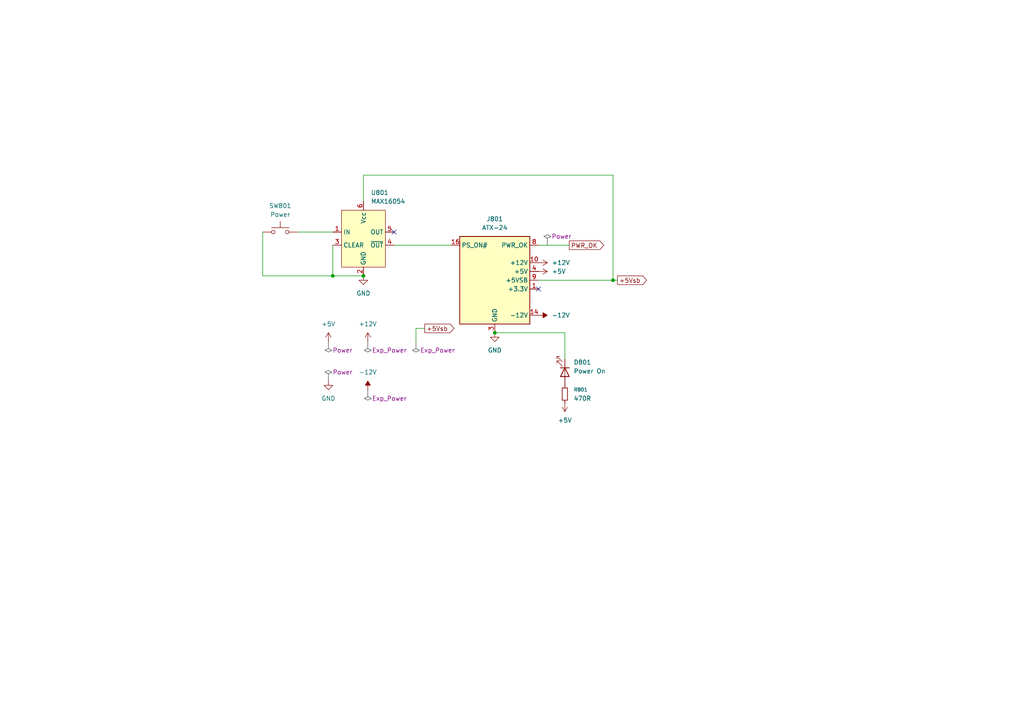
<source format=kicad_sch>
(kicad_sch (version 20250114) (generator "eeschema") (generator_version "9.0")
  (paper "A4")
  (lib_symbols
    (symbol "Connector:ATX-24"
      (property "Reference" "J" (at -8.89 13.97 0))
      (property "Value" "ATX-24" (at 6.35 13.97 0))
      (symbol "ATX-24_0_1"
        (rectangle (start -10.16 12.7) (end 10.16 -12.7) (stroke (width 0.254)) (fill (type background)))
      )
      (symbol "ATX-24_1_1"
        (pin open_collector line (at -12.7 10.16 0) (length 2.54) (name "PS_ON#") (number "16"))
        (pin no_connect line (at -10.16 0 0) (length 2.54) (hide yes) (name "NC") (number "20"))
        (pin passive line (at 0 -15.24 90) (length 2.54) (hide yes) (name "GND") (number "15"))
        (pin passive line (at 0 -15.24 90) (length 2.54) (hide yes) (name "GND") (number "17"))
        (pin passive line (at 0 -15.24 90) (length 2.54) (hide yes) (name "GND") (number "18"))
        (pin passive line (at 0 -15.24 90) (length 2.54) (hide yes) (name "GND") (number "19"))
        (pin passive line (at 0 -15.24 90) (length 2.54) (hide yes) (name "GND") (number "24"))
        (pin power_out line (at 0 -15.24 90) (length 2.54) (name "GND") (number "3"))
        (pin passive line (at 0 -15.24 90) (length 2.54) (hide yes) (name "GND") (number "5"))
        (pin passive line (at 0 -15.24 90) (length 2.54) (hide yes) (name "GND") (number "7"))
        (pin output line (at 12.7 10.16 180) (length 2.54) (name "PWR_OK") (number "8"))
        (pin power_out line (at 12.7 5.08 180) (length 2.54) (name "+12V") (number "10"))
        (pin passive line (at 12.7 5.08 180) (length 2.54) (hide yes) (name "+12V") (number "11"))
        (pin passive line (at 12.7 2.54 180) (length 2.54) (hide yes) (name "+5V") (number "21"))
        (pin passive line (at 12.7 2.54 180) (length 2.54) (hide yes) (name "+5V") (number "22"))
        (pin passive line (at 12.7 2.54 180) (length 2.54) (hide yes) (name "+5V") (number "23"))
        (pin power_out line (at 12.7 2.54 180) (length 2.54) (name "+5V") (number "4"))
        (pin passive line (at 12.7 2.54 180) (length 2.54) (hide yes) (name "+5V") (number "6"))
        (pin power_out line (at 12.7 0 180) (length 2.54) (name "+5VSB") (number "9"))
        (pin power_out line (at 12.7 -2.54 180) (length 2.54) (name "+3.3V") (number "1"))
        (pin passive line (at 12.7 -2.54 180) (length 2.54) (hide yes) (name "+3.3V") (number "12"))
        (pin passive line (at 12.7 -2.54 180) (length 2.54) (hide yes) (name "+3.3V") (number "13"))
        (pin passive line (at 12.7 -2.54 180) (length 2.54) (hide yes) (name "+3.3V") (number "2"))
        (pin power_out line (at 12.7 -10.16 180) (length 2.54) (name "-12V") (number "14"))
      )
    )
    (symbol "Device:LED" (pin_numbers (hide yes)) (pin_names (offset 1.016) (hide yes))
      (property "Reference" "D" (at 0 2.54 0))
      (property "Value" "LED" (at 0 -2.54 0))
      (symbol "LED_0_1"
        (polyline (pts (xy -3.048 -0.762) (xy -4.572 -2.286) (xy -3.81 -2.286) (xy -4.572 -2.286) (xy -4.572 -1.524)))
        (polyline (pts (xy -1.778 -0.762) (xy -3.302 -2.286) (xy -2.54 -2.286) (xy -3.302 -2.286) (xy -3.302 -1.524)))
        (polyline (pts (xy -1.27 0) (xy 1.27 0)))
        (polyline (pts (xy -1.27 -1.27) (xy -1.27 1.27)) (stroke (width 0.254)))
        (polyline (pts (xy 1.27 -1.27) (xy 1.27 1.27) (xy -1.27 0) (xy 1.27 -1.27)) (stroke (width 0.254)))
      )
      (symbol "LED_1_1"
        (pin passive line (at -3.81 0 0) (length 2.54) (name "K") (number "1"))
        (pin passive line (at 3.81 0 180) (length 2.54) (name "A") (number "2"))
      )
    )
    (symbol "Device:R_Small" (pin_numbers (hide yes)) (pin_names (offset 0.254) (hide yes))
      (property "Reference" "R" (at 0 0 90))
      (property "Value" "R_Small" (at 1.778 0 90))
      (symbol "R_Small_0_1"
        (rectangle (start -0.762 1.778) (end 0.762 -1.778) (stroke (width 0.2032)))
      )
      (symbol "R_Small_1_1"
        (pin passive line (at 0 2.54 270) (length 0.762) (name "~") (number "1"))
        (pin passive line (at 0 -2.54 90) (length 0.762) (name "~") (number "2"))
      )
    )
    (symbol "Switch:SW_Push" (pin_numbers (hide yes)) (pin_names (offset 1.016) (hide yes))
      (property "Reference" "SW" (at 1.27 2.54 0))
      (property "Value" "SW_Push" (at 0 -1.524 0))
      (symbol "SW_Push_0_1"
        (circle (center -2.032 0) (radius 0.508))
        (polyline (pts (xy 0 1.27) (xy 0 3.048)))
        (circle (center 2.032 0) (radius 0.508))
        (polyline (pts (xy 2.54 1.27) (xy -2.54 1.27)))
        (pin passive line (at -5.08 0 0) (length 2.54) (name "1") (number "1"))
        (pin passive line (at 5.08 0 180) (length 2.54) (name "2") (number "2"))
      )
    )
    (symbol "jrt-ICs:MAX16054"
      (property "Reference" "U" (at 12.7 1.27 0))
      (property "Value" "MAX16054" (at 12.7 3.81 0))
      (symbol "MAX16054_1_1"
        (rectangle (start 0 0) (end 12.7 -16.51) (fill (type background)))
        (pin input line (at -2.54 -6.35 0) (length 2.54) (name "IN") (number "1"))
        (pin input line (at -2.54 -10.16 0) (length 2.54) (name "CLEAR") (number "3"))
        (pin power_in line (at 6.35 2.54 270) (length 2.54) (name "Vcc") (number "6"))
        (pin power_in line (at 6.35 -19.05 90) (length 2.54) (name "GND") (number "2"))
        (pin output line (at 15.24 -6.35 180) (length 2.54) (name "OUT") (number "5"))
        (pin output line (at 15.24 -10.16 180) (length 2.54) (name "~{OUT}") (number "4"))
      )
    )
    (symbol "power:+12V" (power) (pin_numbers (hide yes)) (pin_names (offset 0) (hide yes))
      (property "Value" "+12V" (at 0 3.556 0))
      (symbol "+12V_0_1"
        (polyline (pts (xy -0.762 1.27) (xy 0 2.54)))
        (polyline (pts (xy 0 2.54) (xy 0.762 1.27)))
        (polyline (pts (xy 0 0) (xy 0 2.54)))
      )
      (symbol "+12V_1_1"
        (pin power_in line (at 0 0 90) (length 0) (name "~") (number "1"))
      )
    )
    (symbol "power:+5V" (power) (pin_numbers (hide yes)) (pin_names (offset 0) (hide yes))
      (property "Value" "+5V" (at 0 3.556 0))
      (symbol "+5V_0_1"
        (polyline (pts (xy -0.762 1.27) (xy 0 2.54)))
        (polyline (pts (xy 0 2.54) (xy 0.762 1.27)))
        (polyline (pts (xy 0 0) (xy 0 2.54)))
      )
      (symbol "+5V_1_1"
        (pin power_in line (at 0 0 90) (length 0) (name "~") (number "1"))
      )
    )
    (symbol "power:-12V" (power) (pin_numbers (hide yes)) (pin_names (offset 0) (hide yes))
      (property "Value" "-12V" (at 0 3.556 0))
      (symbol "-12V_0_0"
        (pin power_in line (at 0 0 90) (length 0) (name "~") (number "1"))
      )
      (symbol "-12V_0_1"
        (polyline (pts (xy 0 0) (xy 0 1.27) (xy 0.762 1.27) (xy 0 2.54) (xy -0.762 1.27) (xy 0 1.27)) (fill (type outline)))
      )
    )
    (symbol "power:GND" (power) (pin_numbers (hide yes)) (pin_names (offset 0) (hide yes))
      (property "Value" "GND" (at 0 -3.81 0))
      (symbol "GND_0_1"
        (polyline (pts (xy 0 0) (xy 0 -1.27) (xy 1.27 -1.27) (xy 0 -2.54) (xy -1.27 -1.27) (xy 0 -1.27)))
      )
      (symbol "GND_1_1"
        (pin power_in line (at 0 0 270) (length 0) (name "~") (number "1"))
      )
    )
  )
  (junction (at 143.51 96.52))
  (junction (at 96.52 80.01))
  (junction (at 105.41 80.01))
  (junction (at 177.8 81.28))
  (no_connect (at 156.21 83.82))
  (no_connect (at 114.3 67.31))
  (wire (pts (xy 114.3 71.12) (xy 130.81 71.12)))
  (wire (pts (xy 156.21 81.28) (xy 177.8 81.28)))
  (wire (pts (xy 163.83 96.52) (xy 143.51 96.52)))
  (wire (pts (xy 76.2 67.31) (xy 76.2 80.01)))
  (wire (pts (xy 76.2 80.01) (xy 96.52 80.01)))
  (wire (pts (xy 177.8 81.28) (xy 179.07 81.28)))
  (wire (pts (xy 86.36 67.31) (xy 96.52 67.31)))
  (wire (pts (xy 165.1 71.12) (xy 156.21 71.12)))
  (wire (pts (xy 105.41 50.8) (xy 177.8 50.8)))
  (wire (pts (xy 120.65 95.25) (xy 120.65 99.06)))
  (wire (pts (xy 177.8 50.8) (xy 177.8 81.28)))
  (wire (pts (xy 123.19 95.25) (xy 120.65 95.25)))
  (wire (pts (xy 163.83 96.52) (xy 163.83 104.14)))
  (wire (pts (xy 96.52 80.01) (xy 105.41 80.01)))
  (wire (pts (xy 105.41 58.42) (xy 105.41 50.8)))
  (wire (pts (xy 96.52 71.12) (xy 96.52 80.01)))
  (global_label "+5Vsb" (shape output) (at 179.07 81.28 0) (property "Intersheetrefs" "${INTERSHEET_REFS}" (effects (hide yes))))
  (global_label "+5Vsb" (shape output) (at 123.19 95.25 0) (property "Intersheetrefs" "${INTERSHEET_REFS}" (effects (hide yes))))
  (global_label "PWR_OK" (shape output) (at 165.1 71.12 0) (property "Intersheetrefs" "${INTERSHEET_REFS}" (effects (hide yes))))
  (netclass_flag "" (length 2.54) (shape diamond) (at 106.68 113.03 180) (property "Netclass" "Exp_Power" (at 107.8865 115.57 0) (effects (justify left))))
  (netclass_flag "" (length 2.54) (shape diamond) (at 95.25 110.49 0) (property "Netclass" "Power" (at 96.4565 107.95 0) (effects (justify left))))
  (netclass_flag "" (length 2.54) (shape diamond) (at 95.25 99.06 180) (property "Netclass" "Power" (at 96.4565 101.6 0) (effects (justify left))))
  (netclass_flag "" (length 2.54) (shape diamond) (at 106.68 99.06 180) (property "Netclass" "Exp_Power" (at 107.8865 101.6 0) (effects (justify left))))
  (netclass_flag "" (length 2.54) (shape diamond) (at 120.65 99.06 180) (property "Netclass" "Exp_Power" (at 121.8565 101.6 0) (effects (justify left))))
  (netclass_flag "" (length 2.54) (shape diamond) (at 158.75 71.12 0) (property "Netclass" "Power" (at 159.9565 68.58 0) (effects (justify left))))
  (symbol (lib_id "Device:R_Small") (at 163.83 114.3 0) (unit 1)
    (property "Reference" "R801" (at 166.37 113.0299 0) (effects (font (size 1.016 1.016)) (justify left)))
    (property "Value" "470R" (at 166.37 115.5699 0) (effects (justify left)))
    (property "Footprint" "Resistor_SMD:R_0805_2012Metric_Pad1.20x1.40mm_HandSolder" (effects (hide yes)))
    (property "Description" "Resistor, small symbol" (effects (hide yes)))
  )
  (symbol (lib_id "power:+5V") (at 163.83 116.84 180) (unit 1)
    (property "Reference" "#PWR0806" (effects (hide yes)))
    (property "Value" "+5V" (at 163.83 121.92 0))
    (property "Description" "Power symbol creates a global label with name \"+5V\"" (effects (hide yes)))
  )
  (symbol (lib_id "power:+12V") (at 106.68 99.06 0) (unit 1)
    (property "Reference" "#PWR0715" (effects (hide yes)))
    (property "Value" "+12V" (at 106.68 93.98 0))
    (property "Description" "Power symbol creates a global label with name \"+12V\"" (effects (hide yes)))
  )
  (symbol (lib_id "power:+5V") (at 156.21 78.74 270) (unit 1)
    (property "Reference" "#PWR0803" (effects (hide yes)))
    (property "Value" "+5V" (at 160.02 78.7399 90) (effects (justify left)))
    (property "Description" "Power symbol creates a global label with name \"+5V\"" (effects (hide yes)))
  )
  (symbol (lib_id "power:-12V") (at 156.21 91.44 270) (unit 1)
    (property "Reference" "#PWR0801" (effects (hide yes)))
    (property "Value" "-12V" (at 160.02 91.4399 90) (effects (justify left)))
    (property "Description" "Power symbol creates a global label with name \"-12V\"" (effects (hide yes)))
  )
  (symbol (lib_id "jrt-ICs:MAX16054") (at 99.06 60.96 0) (unit 1)
    (property "Reference" "U801" (at 107.5533 55.88 0) (effects (justify left)))
    (property "Value" "MAX16054" (at 107.5533 58.42 0) (effects (justify left)))
    (property "Footprint" "Package_TO_SOT_SMD:SOT-23-6" (effects (hide yes)))
    (property "Datasheet" "https://www.mouser.com/datasheet/2/609/MAX16054-3468835.pdf" (effects (hide yes)))
    (property "Description" "On/Off Controller with Debounce and ±15kV ESD Protection" (effects (hide yes)))
  )
  (symbol (lib_id "power:+12V") (at 156.21 76.2 270) (unit 1)
    (property "Reference" "#PWR0802" (effects (hide yes)))
    (property "Value" "+12V" (at 160.02 76.1999 90) (effects (justify left)))
    (property "Description" "Power symbol creates a global label with name \"+12V\"" (effects (hide yes)))
  )
  (symbol (lib_id "power:-12V") (at 106.68 113.03 0) (unit 1)
    (property "Reference" "#PWR0714" (effects (hide yes)))
    (property "Value" "-12V" (at 106.68 107.95 0))
    (property "Description" "Power symbol creates a global label with name \"-12V\"" (effects (hide yes)))
  )
  (symbol (lib_id "Switch:SW_Push") (at 81.28 67.31 0) (unit 1)
    (property "Reference" "SW801" (at 81.28 59.69 0))
    (property "Value" "Power" (at 81.28 62.23 0))
    (property "Footprint" "Button_Switch_THT:SW_PUSH_6mm" (effects (hide yes)))
    (property "Description" "Push button switch, generic, two pins" (effects (hide yes)))
  )
  (symbol (lib_id "Connector:ATX-24") (at 143.51 81.28 0) (unit 1)
    (property "Reference" "J801" (at 143.51 63.5 0))
    (property "Value" "ATX-24" (at 143.51 66.04 0))
    (property "Footprint" "Connector_Molex:Molex_Mini-Fit_Jr_5569-24A1_2x12_P4.20mm_Horizontal" (effects (hide yes)))
    (property "Datasheet" "https://www.intel.com/content/dam/www/public/us/en/documents/guides/power-supply-design-guide-june.pdf#page=33" (effects (hide yes)))
    (property "Description" "ATX Power supply 24pins" (effects (hide yes)))
  )
  (symbol (lib_id "power:+5V") (at 95.25 99.06 0) (unit 1)
    (property "Reference" "#PWR0105" (effects (hide yes)))
    (property "Value" "+5V" (at 95.25 93.98 0))
    (property "Description" "Power symbol creates a global label with name \"+5V\"" (effects (hide yes)))
  )
  (symbol (lib_id "Device:LED") (at 163.83 107.95 270) (unit 1)
    (property "Reference" "D801" (at 166.37 105.0924 90) (effects (justify left)))
    (property "Value" "Power On" (at 166.37 107.6324 90) (effects (justify left)))
    (property "Footprint" "LED_SMD:LED_0805_2012Metric_Pad1.15x1.40mm_HandSolder" (effects (hide yes)))
    (property "Description" "Light emitting diode" (effects (hide yes)))
    (property "Sim.Pins" "1=K 2=A" (effects (hide yes)))
  )
  (symbol (lib_id "power:GND") (at 105.41 80.01 0) (unit 1)
    (property "Reference" "#PWR0805" (effects (hide yes)))
    (property "Value" "GND" (at 105.41 85.09 0))
    (property "Description" "Power symbol creates a global label with name \"GND\" , ground" (effects (hide yes)))
  )
  (symbol (lib_id "power:GND") (at 143.51 96.52 0) (unit 1)
    (property "Reference" "#PWR0804" (effects (hide yes)))
    (property "Value" "GND" (at 143.51 101.6 0))
    (property "Description" "Power symbol creates a global label with name \"GND\" , ground" (effects (hide yes)))
  )
  (symbol (lib_id "power:GND") (at 95.25 110.49 0) (unit 1)
    (property "Reference" "#PWR0106" (effects (hide yes)))
    (property "Value" "GND" (at 95.25 115.57 0))
    (property "Description" "Power symbol creates a global label with name \"GND\" , ground" (effects (hide yes)))
  )
)
</source>
